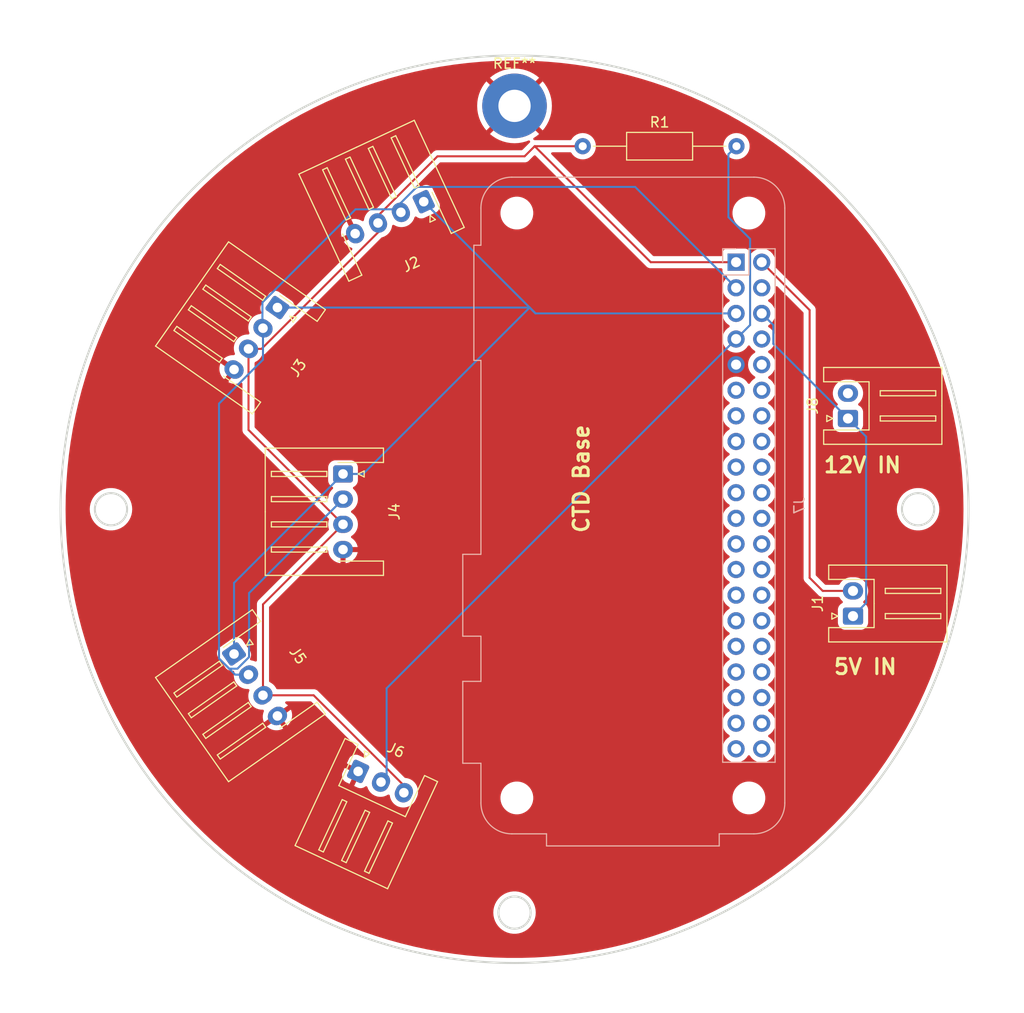
<source format=kicad_pcb>
(kicad_pcb (version 20240108) (generator "pcbnew") (generator_version "8.0")
  (layers (0 "F.Cu" signal) (31 "B.Cu" signal) (34 "B.Paste" user) (35 "F.Paste" user) (36 "B.SilkS" user "B.Silkscreen") (37 "F.SilkS" user "F.Silkscreen") (38 "B.Mask" user) (39 "F.Mask" user) (44 "Edge.Cuts" user))
  (net 0 "")
  (net 1 "Net-(J1-Pin_1)")
  (net 17 "Net-(J1-Pin_2)")
  (net 36 "Net-(J2-Pin_1)")
  (net 37 "Net-(J2-Pin_2)")
  (net 38 "Net-(J2-Pin_3)")
  (net 39 "Net-(J6-Pin_2)")
  (net 41 "Net-(J2-Pin_4)")
  (footprint "Resistor_THT:R_Axial_DIN0207_L6.3mm_D2.5mm_P15.24mm_Horizontal" (layer "F.Cu") (at 156.76 64)
    (property "Reference" "R1" (at 7.62 -2.37 0) (layer "F.SilkS"))
    (property "Value" "4.7kOhm")
    (fp_line (start 1.04 0) (end 4.35 0) (stroke (width 0.12)) (layer "F.SilkS"))
    (fp_line (start 4.35 -1.37) (end 4.35 1.37) (stroke (width 0.12)) (layer "F.SilkS"))
    (fp_line (start 4.35 1.37) (end 10.89 1.37) (stroke (width 0.12)) (layer "F.SilkS"))
    (fp_line (start 10.89 -1.37) (end 4.35 -1.37) (stroke (width 0.12)) (layer "F.SilkS"))
    (fp_line (start 10.89 1.37) (end 10.89 -1.37) (stroke (width 0.12)) (layer "F.SilkS"))
    (fp_line (start 14.2 0) (end 10.89 0) (stroke (width 0.12)) (layer "F.SilkS"))
    (pad "1" thru_hole circle (at 0 0) (size 1.6 1.6) (drill 0.8) (layers "*.Cu" "*.Mask") (net 38 "Net-(J2-Pin_3)"))
    (pad "2" thru_hole oval (at 15.24 0) (size 1.6 1.6) (drill 0.8) (layers "*.Cu" "*.Mask") (net 39 "Net-(J6-Pin_2)"))
  )
  (footprint "Connector_JST:JST_XH_S4B-XH-A-1_1x04_P2.50mm_Horizontal" (layer "F.Cu") (at 122.198178 114.356359 -55)
    (property "Reference" "J5" (at 3.75 -5.1 125) (layer "F.SilkS"))
    (property "Value" "Conn_01x04_Female")
    (fp_line (start -2.56 7.71) (end -2.56 -4.01) (stroke (width 0.12)) (layer "F.SilkS"))
    (fp_line (start -0.249999 7.1) (end 0.25 7.099999) (stroke (width 0.12)) (layer "F.SilkS"))
    (fp_line (start 0.25 7.099999) (end 0.249999 1.600001) (stroke (width 0.12)) (layer "F.SilkS"))
    (fp_line (start 2.25 7.1) (end 2.75 7.1) (stroke (width 0.12)) (layer "F.SilkS"))
    (fp_line (start 2.75 7.1) (end 2.750001 1.599999) (stroke (width 0.12)) (layer "F.SilkS"))
    (fp_line (start 3.749999 7.71) (end -2.56 7.71) (stroke (width 0.12)) (layer "F.SilkS"))
    (fp_line (start 3.749999 7.71) (end 10.06 7.71) (stroke (width 0.12)) (layer "F.SilkS"))
    (fp_line (start 4.75 7.1) (end 5.25 7.1) (stroke (width 0.12)) (layer "F.SilkS"))
    (fp_line (start 5.25 7.1) (end 5.25 1.6) (stroke (width 0.12)) (layer "F.SilkS"))
    (fp_line (start 7.25 7.1) (end 7.75 7.1) (stroke (width 0.12)) (layer "F.SilkS"))
    (fp_line (start -0.25 1.600001) (end -0.249999 7.1) (stroke (width 0.12)) (layer "F.SilkS"))
    (fp_line (start 7.75 7.1) (end 7.75 1.6) (stroke (width 0.12)) (layer "F.SilkS"))
    (fp_line (start 0.249999 1.600001) (end -0.25 1.600001) (stroke (width 0.12)) (layer "F.SilkS"))
    (fp_line (start 10.06 7.71) (end 10.06 -4.01) (stroke (width 0.12)) (layer "F.SilkS"))
    (fp_line (start 2.249999 1.6) (end 2.25 7.1) (stroke (width 0.12)) (layer "F.SilkS"))
    (fp_line (start 2.750001 1.599999) (end 2.249999 1.6) (stroke (width 0.12)) (layer "F.SilkS"))
    (fp_line (start 0 -1.5) (end -0.3 -2.1) (stroke (width 0.12)) (layer "F.SilkS"))
    (fp_line (start 4.75 1.600001) (end 4.75 7.1) (stroke (width 0.12)) (layer "F.SilkS"))
    (fp_line (start -0.3 -2.1) (end 0.300001 -2.099999) (stroke (width 0.12)) (layer "F.SilkS"))
    (fp_line (start 5.25 1.6) (end 4.75 1.600001) (stroke (width 0.12)) (layer "F.SilkS"))
    (fp_line (start -2.56 -4.01) (end -1.14 -4.01) (stroke (width 0.12)) (layer "F.SilkS"))
    (fp_line (start 0.300001 -2.099999) (end 0 -1.5) (stroke (width 0.12)) (layer "F.SilkS"))
    (fp_line (start -1.14 -4.01) (end -1.14 0.489999) (stroke (width 0.12)) (layer "F.SilkS"))
    (fp_line (start 7.25 1.6) (end 7.25 7.1) (stroke (width 0.12)) (layer "F.SilkS"))
    (fp_line (start 7.75 1.6) (end 7.25 1.6) (stroke (width 0.12)) (layer "F.SilkS"))
    (fp_line (start 8.64 -4.01) (end 8.64 0.49) (stroke (width 0.12)) (layer "F.SilkS"))
    (fp_line (start 10.06 -4.01) (end 8.64 -4.01) (stroke (width 0.12)) (layer "F.SilkS"))
    (pad "1" thru_hole roundrect (at 0 0 305) (size 1.7 1.95) (drill 0.95) (layers "*.Cu" "*.Mask") (roundrect_rratio 0.147059) (net 36 "Net-(J2-Pin_1)"))
    (pad "2" thru_hole oval (at 2.500001 0.000001 305) (size 1.7 1.95) (drill 0.95) (layers "*.Cu" "*.Mask") (net 37 "Net-(J2-Pin_2)"))
    (pad "3" thru_hole oval (at 5 0 305) (size 1.7 1.95) (drill 0.95) (layers "*.Cu" "*.Mask") (net 38 "Net-(J2-Pin_3)"))
    (pad "4" thru_hole oval (at 7.5 0.000001 305) (size 1.7 1.95) (drill 0.95) (layers "*.Cu" "*.Mask") (net 41 "Net-(J2-Pin_4)"))
  )
  (footprint "Connector_JST:JST_XH_S4B-XH-A-1_1x04_P2.50mm_Horizontal" (layer "F.Cu") (at 133 96.5 -90)
    (property "Reference" "J4" (at 3.75 -5.1 90) (layer "F.SilkS"))
    (property "Value" "Conn_01x04_Female")
    (fp_line (start -2.56 7.71) (end -2.56 -4.01) (stroke (width 0.12)) (layer "F.SilkS"))
    (fp_line (start 3.75 7.71) (end -2.56 7.71) (stroke (width 0.12)) (layer "F.SilkS"))
    (fp_line (start 3.75 7.71) (end 10.06 7.71) (stroke (width 0.12)) (layer "F.SilkS"))
    (fp_line (start 10.06 7.71) (end 10.06 -4.01) (stroke (width 0.12)) (layer "F.SilkS"))
    (fp_line (start -0.25 7.1) (end 0.25 7.1) (stroke (width 0.12)) (layer "F.SilkS"))
    (fp_line (start 0.25 7.1) (end 0.25 1.6) (stroke (width 0.12)) (layer "F.SilkS"))
    (fp_line (start 2.25 7.1) (end 2.75 7.1) (stroke (width 0.12)) (layer "F.SilkS"))
    (fp_line (start 2.75 7.1) (end 2.75 1.6) (stroke (width 0.12)) (layer "F.SilkS"))
    (fp_line (start 4.75 7.1) (end 5.25 7.1) (stroke (width 0.12)) (layer "F.SilkS"))
    (fp_line (start 5.25 7.1) (end 5.25 1.6) (stroke (width 0.12)) (layer "F.SilkS"))
    (fp_line (start 7.25 7.1) (end 7.75 7.1) (stroke (width 0.12)) (layer "F.SilkS"))
    (fp_line (start 7.75 7.1) (end 7.75 1.6) (stroke (width 0.12)) (layer "F.SilkS"))
    (fp_line (start -0.25 1.6) (end -0.25 7.1) (stroke (width 0.12)) (layer "F.SilkS"))
    (fp_line (start 0.25 1.6) (end -0.25 1.6) (stroke (width 0.12)) (layer "F.SilkS"))
    (fp_line (start 2.25 1.6) (end 2.25 7.1) (stroke (width 0.12)) (layer "F.SilkS"))
    (fp_line (start 2.75 1.6) (end 2.25 1.6) (stroke (width 0.12)) (layer "F.SilkS"))
    (fp_line (start 4.75 1.6) (end 4.75 7.1) (stroke (width 0.12)) (layer "F.SilkS"))
    (fp_line (start 5.25 1.6) (end 4.75 1.6) (stroke (width 0.12)) (layer "F.SilkS"))
    (fp_line (start 7.25 1.6) (end 7.25 7.1) (stroke (width 0.12)) (layer "F.SilkS"))
    (fp_line (start 7.75 1.6) (end 7.25 1.6) (stroke (width 0.12)) (layer "F.SilkS"))
    (fp_line (start 0 -1.5) (end -0.3 -2.1) (stroke (width 0.12)) (layer "F.SilkS"))
    (fp_line (start -0.3 -2.1) (end 0.3 -2.1) (stroke (width 0.12)) (layer "F.SilkS"))
    (fp_line (start 0.3 -2.1) (end 0 -1.5) (stroke (width 0.12)) (layer "F.SilkS"))
    (fp_line (start -2.56 -4.01) (end -1.14 -4.01) (stroke (width 0.12)) (layer "F.SilkS"))
    (fp_line (start -1.14 -4.01) (end -1.14 0.49) (stroke (width 0.12)) (layer "F.SilkS"))
    (fp_line (start 8.64 -4.01) (end 8.64 0.49) (stroke (width 0.12)) (layer "F.SilkS"))
    (fp_line (start 10.06 -4.01) (end 8.64 -4.01) (stroke (width 0.12)) (layer "F.SilkS"))
    (pad "1" thru_hole roundrect (at 0 0 270) (size 1.7 1.95) (drill 0.95) (layers "*.Cu" "*.Mask") (roundrect_rratio 0.147059) (net 36 "Net-(J2-Pin_1)"))
    (pad "2" thru_hole oval (at 2.5 0 270) (size 1.7 1.95) (drill 0.95) (layers "*.Cu" "*.Mask") (net 37 "Net-(J2-Pin_2)"))
    (pad "3" thru_hole oval (at 5 0 270) (size 1.7 1.95) (drill 0.95) (layers "*.Cu" "*.Mask") (net 38 "Net-(J2-Pin_3)"))
    (pad "4" thru_hole oval (at 7.5 0 270) (size 1.7 1.95) (drill 0.95) (layers "*.Cu" "*.Mask") (net 41 "Net-(J2-Pin_4)"))
  )
  (footprint "Connector_JST:JST_XH_S2B-XH-A_1x02_P2.50mm_Horizontal" (layer "F.Cu") (at 183.55 110.6 90)
    (property "Reference" "J1" (at 1.25 -3.5 90) (layer "F.SilkS"))
    (property "Value" "Conn_01x02_Male")
    (fp_line (start 5.06 -2.41) (end 3.64 -2.41) (stroke (width 0.12)) (layer "F.SilkS"))
    (fp_line (start 3.64 -2.41) (end 3.64 2.09) (stroke (width 0.12)) (layer "F.SilkS"))
    (fp_line (start -1.14 -2.41) (end -1.14 2.09) (stroke (width 0.12)) (layer "F.SilkS"))
    (fp_line (start -2.56 -2.41) (end -1.14 -2.41) (stroke (width 0.12)) (layer "F.SilkS"))
    (fp_line (start 0.3 -2.1) (end 0 -1.5) (stroke (width 0.12)) (layer "F.SilkS"))
    (fp_line (start -0.3 -2.1) (end 0.3 -2.1) (stroke (width 0.12)) (layer "F.SilkS"))
    (fp_line (start 0 -1.5) (end -0.3 -2.1) (stroke (width 0.12)) (layer "F.SilkS"))
    (fp_line (start 3.64 2.09) (end 1.25 2.09) (stroke (width 0.12)) (layer "F.SilkS"))
    (fp_line (start -1.14 2.09) (end 1.25 2.09) (stroke (width 0.12)) (layer "F.SilkS"))
    (fp_line (start 2.75 3.2) (end 2.25 3.2) (stroke (width 0.12)) (layer "F.SilkS"))
    (fp_line (start 2.25 3.2) (end 2.25 8.7) (stroke (width 0.12)) (layer "F.SilkS"))
    (fp_line (start 0.25 3.2) (end -0.25 3.2) (stroke (width 0.12)) (layer "F.SilkS"))
    (fp_line (start -0.25 3.2) (end -0.25 8.7) (stroke (width 0.12)) (layer "F.SilkS"))
    (fp_line (start 2.75 8.7) (end 2.75 3.2) (stroke (width 0.12)) (layer "F.SilkS"))
    (fp_line (start 2.25 8.7) (end 2.75 8.7) (stroke (width 0.12)) (layer "F.SilkS"))
    (fp_line (start 0.25 8.7) (end 0.25 3.2) (stroke (width 0.12)) (layer "F.SilkS"))
    (fp_line (start -0.25 8.7) (end 0.25 8.7) (stroke (width 0.12)) (layer "F.SilkS"))
    (fp_line (start 5.06 9.31) (end 5.06 -2.41) (stroke (width 0.12)) (layer "F.SilkS"))
    (fp_line (start 1.25 9.31) (end 5.06 9.31) (stroke (width 0.12)) (layer "F.SilkS"))
    (fp_line (start 1.25 9.31) (end -2.56 9.31) (stroke (width 0.12)) (layer "F.SilkS"))
    (fp_line (start -2.56 9.31) (end -2.56 -2.41) (stroke (width 0.12)) (layer "F.SilkS"))
    (pad "1" thru_hole roundrect (at 0 0 90) (size 1.7 2) (drill 1) (layers "*.Cu" "*.Mask") (roundrect_rratio 0.147059) (net 1 "Net-(J1-Pin_1)"))
    (pad "2" thru_hole oval (at 2.5 0 90) (size 1.7 2) (drill 1) (layers "*.Cu" "*.Mask") (net 17 "Net-(J1-Pin_2)"))
  )
  (footprint "Connector_JST:JST_XH_S4B-XH-A-1_1x04_P2.50mm_Horizontal" (layer "F.Cu") (at 141 69.5 -155)
    (property "Reference" "J2" (at 3.749999 -5.100001 25) (layer "F.SilkS"))
    (property "Value" "Conn_01x04_Female")
    (fp_line (start 10.06 7.71) (end 10.060001 -4.01) (stroke (width 0.12)) (layer "F.SilkS"))
    (fp_line (start 7.749999 7.100001) (end 7.75 1.599999) (stroke (width 0.12)) (layer "F.SilkS"))
    (fp_line (start 7.249999 7.099999) (end 7.749999 7.100001) (stroke (width 0.12)) (layer "F.SilkS"))
    (fp_line (start 5.25 7.099998) (end 5.250001 1.6) (stroke (width 0.12)) (layer "F.SilkS"))
    (fp_line (start 7.75 1.599999) (end 7.25 1.6) (stroke (width 0.12)) (layer "F.SilkS"))
    (fp_line (start 10.060001 -4.01) (end 8.64 -4.009998) (stroke (width 0.12)) (layer "F.SilkS"))
    (fp_line (start 4.75 7.099999) (end 5.25 7.099998) (stroke (width 0.12)) (layer "F.SilkS"))
    (fp_line (start 7.25 1.6) (end 7.249999 7.099999) (stroke (width 0.12)) (layer "F.SilkS"))
    (fp_line (start 3.750001 7.71) (end 10.06 7.71) (stroke (width 0.12)) (layer "F.SilkS"))
    (fp_line (start 3.750001 7.71) (end -2.559999 7.710001) (stroke (width 0.12)) (layer "F.SilkS"))
    (fp_line (start 8.64 -4.009998) (end 8.64 0.490001) (stroke (width 0.12)) (layer "F.SilkS"))
    (fp_line (start 2.749999 7.099999) (end 2.749999 1.599999) (stroke (width 0.12)) (layer "F.SilkS"))
    (fp_line (start 5.250001 1.6) (end 4.749998 1.600001) (stroke (width 0.12)) (layer "F.SilkS"))
    (fp_line (start 2.25 7.100001) (end 2.749999 7.099999) (stroke (width 0.12)) (layer "F.SilkS"))
    (fp_line (start 4.749998 1.600001) (end 4.75 7.099999) (stroke (width 0.12)) (layer "F.SilkS"))
    (fp_line (start 0.249999 7.099999) (end 0.250001 1.599998) (stroke (width 0.12)) (layer "F.SilkS"))
    (fp_line (start 2.749999 1.599999) (end 2.25 1.600002) (stroke (width 0.12)) (layer "F.SilkS"))
    (fp_line (start -0.25 7.100001) (end 0.249999 7.099999) (stroke (width 0.12)) (layer "F.SilkS"))
    (fp_line (start 2.25 1.600002) (end 2.25 7.100001) (stroke (width 0.12)) (layer "F.SilkS"))
    (fp_line (start -2.559999 7.710001) (end -2.559999 -4.010001) (stroke (width 0.12)) (layer "F.SilkS"))
    (fp_line (start 0.250001 1.599998) (end -0.249999 1.6) (stroke (width 0.12)) (layer "F.SilkS"))
    (fp_line (start -0.249999 1.6) (end -0.25 7.100001) (stroke (width 0.12)) (layer "F.SilkS"))
    (fp_line (start 0.300001 -2.100001) (end 0 -1.500001) (stroke (width 0.12)) (layer "F.SilkS"))
    (fp_line (start 0 -1.500001) (end -0.299998 -2.099999) (stroke (width 0.12)) (layer "F.SilkS"))
    (fp_line (start -0.299998 -2.099999) (end 0.300001 -2.100001) (stroke (width 0.12)) (layer "F.SilkS"))
    (fp_line (start -1.139999 -4.010001) (end -1.14 0.49) (stroke (width 0.12)) (layer "F.SilkS"))
    (fp_line (start -2.559999 -4.010001) (end -1.139999 -4.010001) (stroke (width 0.12)) (layer "F.SilkS"))
    (pad "1" thru_hole roundrect (at 0 0 205) (size 1.7 1.95) (drill 0.95) (layers "*.Cu" "*.Mask") (roundrect_rratio 0.147059) (net 36 "Net-(J2-Pin_1)"))
    (pad "2" thru_hole oval (at 2.5 -0.000001 205) (size 1.7 1.95) (drill 0.95) (layers "*.Cu" "*.Mask") (net 37 "Net-(J2-Pin_2)"))
    (pad "3" thru_hole oval (at 5 0 205) (size 1.7 1.95) (drill 0.95) (layers "*.Cu" "*.Mask") (net 38 "Net-(J2-Pin_3)"))
    (pad "4" thru_hole oval (at 7.500001 -0.000001 205) (size 1.7 1.95) (drill 0.95) (layers "*.Cu" "*.Mask") (net 41 "Net-(J2-Pin_4)"))
  )
  (footprint "Connector_JST:JST_XH_S4B-XH-A-1_1x04_P2.50mm_Horizontal" (layer "F.Cu") (at 126.5 80 -125)
    (property "Reference" "J3" (at 3.75 -5.1 -125) (layer "F.SilkS"))
    (property "Value" "Conn_01x04_Female")
    (fp_line (start 10.06 7.709999) (end 10.06 -4.009999) (stroke (width 0.12)) (layer "F.SilkS"))
    (fp_line (start 7.75 7.1) (end 7.75 1.6) (stroke (width 0.12)) (layer "F.SilkS"))
    (fp_line (start 7.249999 7.1) (end 7.75 7.1) (stroke (width 0.12)) (layer "F.SilkS"))
    (fp_line (start 5.25 7.099999) (end 5.25 1.6) (stroke (width 0.12)) (layer "F.SilkS"))
    (fp_line (start 4.75 7.099999) (end 5.25 7.099999) (stroke (width 0.12)) (layer "F.SilkS"))
    (fp_line (start 3.75 7.709999) (end 10.06 7.709999) (stroke (width 0.12)) (layer "F.SilkS"))
    (fp_line (start 3.75 7.709999) (end -2.56 7.709999) (stroke (width 0.12)) (layer "F.SilkS"))
    (fp_line (start 2.749999 7.1) (end 2.75 1.600001) (stroke (width 0.12)) (layer "F.SilkS"))
    (fp_line (start 2.249999 7.099999) (end 2.749999 7.1) (stroke (width 0.12)) (layer "F.SilkS"))
    (fp_line (start 0.25 7.1) (end 0.249999 1.6) (stroke (width 0.12)) (layer "F.SilkS"))
    (fp_line (start 7.75 1.6) (end 7.25 1.6) (stroke (width 0.12)) (layer "F.SilkS"))
    (fp_line (start -0.249999 7.1) (end 0.25 7.1) (stroke (width 0.12)) (layer "F.SilkS"))
    (fp_line (start 7.25 1.6) (end 7.249999 7.1) (stroke (width 0.12)) (layer "F.SilkS"))
    (fp_line (start -2.56 7.709999) (end -2.560001 -4.01) (stroke (width 0.12)) (layer "F.SilkS"))
    (fp_line (start 5.25 1.6) (end 4.75 1.6) (stroke (width 0.12)) (layer "F.SilkS"))
    (fp_line (start 4.75 1.6) (end 4.75 7.099999) (stroke (width 0.12)) (layer "F.SilkS"))
    (fp_line (start 2.75 1.600001) (end 2.250001 1.6) (stroke (width 0.12)) (layer "F.SilkS"))
    (fp_line (start 2.250001 1.6) (end 2.249999 7.099999) (stroke (width 0.12)) (layer "F.SilkS"))
    (fp_line (start 10.06 -4.009999) (end 8.640001 -4.01) (stroke (width 0.12)) (layer "F.SilkS"))
    (fp_line (start 8.640001 -4.01) (end 8.639999 0.489999) (stroke (width 0.12)) (layer "F.SilkS"))
    (fp_line (start 0.249999 1.6) (end -0.249999 1.600001) (stroke (width 0.12)) (layer "F.SilkS"))
    (fp_line (start -0.249999 1.600001) (end -0.249999 7.1) (stroke (width 0.12)) (layer "F.SilkS"))
    (fp_line (start 0 -1.5) (end -0.3 -2.100001) (stroke (width 0.12)) (layer "F.SilkS"))
    (fp_line (start 0.3 -2.100001) (end 0 -1.5) (stroke (width 0.12)) (layer "F.SilkS"))
    (fp_line (start -0.3 -2.100001) (end 0.3 -2.100001) (stroke (width 0.12)) (layer "F.SilkS"))
    (fp_line (start -1.14 -4.01) (end -1.14 0.490001) (stroke (width 0.12)) (layer "F.SilkS"))
    (fp_line (start -2.560001 -4.01) (end -1.14 -4.01) (stroke (width 0.12)) (layer "F.SilkS"))
    (pad "1" thru_hole roundrect (at 0 0 235) (size 1.7 1.95) (drill 0.95) (layers "*.Cu" "*.Mask") (roundrect_rratio 0.147059) (net 36 "Net-(J2-Pin_1)"))
    (pad "2" thru_hole oval (at 2.5 0 235) (size 1.7 1.95) (drill 0.95) (layers "*.Cu" "*.Mask") (net 37 "Net-(J2-Pin_2)"))
    (pad "3" thru_hole oval (at 5 0 235) (size 1.7 1.95) (drill 0.95) (layers "*.Cu" "*.Mask") (net 38 "Net-(J2-Pin_3)"))
    (pad "4" thru_hole oval (at 7.5 -0.000001 235) (size 1.7 1.95) (drill 0.95) (layers "*.Cu" "*.Mask") (net 41 "Net-(J2-Pin_4)"))
  )
  (footprint "MountingHole:MountingHole_3.2mm_M3_Pad" (layer "F.Cu") (at 150 60)
    (property "Reference" "REF**" (at 0 -4.2 0) (layer "F.SilkS"))
    (property "Value" "MountingHole_3.2mm_M3_Pad")
    (pad "1" thru_hole circle (at 0 0) (size 6.4 6.4) (drill 3.2) (layers "*.Cu" "*.Mask") (net 41 "Net-(J2-Pin_4)"))
  )
  (footprint "Connector_JST:JST_XH_S3B-XH-A_1x03_P2.50mm_Horizontal" (layer "F.Cu") (at 134.5 126 -25)
    (property "Reference" "J6" (at 2.500001 -3.5 155) (layer "F.SilkS"))
    (property "Value" "Conn_01x03_Female")
    (fp_line (start -2.56 9.31) (end -2.56 -2.41) (stroke (width 0.12)) (layer "F.SilkS"))
    (fp_line (start -0.250002 8.699999) (end 0.25 8.7) (stroke (width 0.12)) (layer "F.SilkS"))
    (fp_line (start 0.25 8.7) (end 0.25 3.199998) (stroke (width 0.12)) (layer "F.SilkS"))
    (fp_line (start -1.140001 2.089999) (end 2.5 2.09) (stroke (width 0.12)) (layer "F.SilkS"))
    (fp_line (start 2.5 9.31) (end -2.56 9.31) (stroke (width 0.12)) (layer "F.SilkS"))
    (fp_line (start 2.5 9.31) (end 7.56 9.309999) (stroke (width 0.12)) (layer "F.SilkS"))
    (fp_line (start 2.249999 8.700001) (end 2.75 8.7) (stroke (width 0.12)) (layer "F.SilkS"))
    (fp_line (start -0.25 3.2) (end -0.250002 8.699999) (stroke (width 0.12)) (layer "F.SilkS"))
    (fp_line (start -2.56 -2.41) (end -1.139999 -2.410001) (stroke (width 0.12)) (layer "F.SilkS"))
    (fp_line (start 2.75 8.7) (end 2.75 3.2) (stroke (width 0.12)) (layer "F.SilkS"))
    (fp_line (start 0.25 3.199998) (end -0.25 3.2) (stroke (width 0.12)) (layer "F.SilkS"))
    (fp_line (start -1.139999 -2.410001) (end -1.140001 2.089999) (stroke (width 0.12)) (layer "F.SilkS"))
    (fp_line (start -0.3 -2.099999) (end 0.3 -2.1) (stroke (width 0.12)) (layer "F.SilkS"))
    (fp_line (start 4.75 8.7) (end 5.25 8.7) (stroke (width 0.12)) (layer "F.SilkS"))
    (fp_line (start 0 -1.5) (end -0.3 -2.099999) (stroke (width 0.12)) (layer "F.SilkS"))
    (fp_line (start 2.249999 3.2) (end 2.249999 8.700001) (stroke (width 0.12)) (layer "F.SilkS"))
    (fp_line (start 5.25 8.7) (end 5.25 3.2) (stroke (width 0.12)) (layer "F.SilkS"))
    (fp_line (start 2.75 3.2) (end 2.249999 3.2) (stroke (width 0.12)) (layer "F.SilkS"))
    (fp_line (start 0.3 -2.1) (end 0 -1.5) (stroke (width 0.12)) (layer "F.SilkS"))
    (fp_line (start 7.56 9.309999) (end 7.56 -2.410003) (stroke (width 0.12)) (layer "F.SilkS"))
    (fp_line (start 4.749999 3.2) (end 4.75 8.7) (stroke (width 0.12)) (layer "F.SilkS"))
    (fp_line (start 5.25 3.2) (end 4.749999 3.2) (stroke (width 0.12)) (layer "F.SilkS"))
    (fp_line (start 6.14 2.089999) (end 2.5 2.09) (stroke (width 0.12)) (layer "F.SilkS"))
    (fp_line (start 6.14 -2.409999) (end 6.14 2.089999) (stroke (width 0.12)) (layer "F.SilkS"))
    (fp_line (start 7.56 -2.410003) (end 6.14 -2.409999) (stroke (width 0.12)) (layer "F.SilkS"))
    (pad "1" thru_hole roundrect (at 0 0 335) (size 1.7 1.95) (drill 0.95) (layers "*.Cu" "*.Mask") (roundrect_rratio 0.147059) (net 41 "Net-(J2-Pin_4)"))
    (pad "2" thru_hole oval (at 2.499999 0 335) (size 1.7 1.95) (drill 0.95) (layers "*.Cu" "*.Mask") (net 39 "Net-(J6-Pin_2)"))
    (pad "3" thru_hole oval (at 5 0.000001 335) (size 1.7 1.95) (drill 0.95) (layers "*.Cu" "*.Mask") (net 38 "Net-(J2-Pin_3)"))
  )
  (footprint "Connector_JST:JST_XH_S2B-XH-A_1x02_P2.50mm_Horizontal" (layer "F.Cu") (at 183.05 91 90)
    (property "Reference" "J8" (at 1.25 -3.5 90) (layer "F.SilkS"))
    (property "Value" "Conn_01x02_Male")
    (fp_line (start 5.06 -2.41) (end 3.64 -2.41) (stroke (width 0.12)) (layer "F.SilkS"))
    (fp_line (start 3.64 -2.41) (end 3.64 2.09) (stroke (width 0.12)) (layer "F.SilkS"))
    (fp_line (start -1.14 -2.41) (end -1.14 2.09) (stroke (width 0.12)) (layer "F.SilkS"))
    (fp_line (start -2.56 -2.41) (end -1.14 -2.41) (stroke (width 0.12)) (layer "F.SilkS"))
    (fp_line (start 0.3 -2.1) (end 0 -1.5) (stroke (width 0.12)) (layer "F.SilkS"))
    (fp_line (start -0.3 -2.1) (end 0.3 -2.1) (stroke (width 0.12)) (layer "F.SilkS"))
    (fp_line (start 0 -1.5) (end -0.3 -2.1) (stroke (width 0.12)) (layer "F.SilkS"))
    (fp_line (start 3.64 2.09) (end 1.25 2.09) (stroke (width 0.12)) (layer "F.SilkS"))
    (fp_line (start -1.14 2.09) (end 1.25 2.09) (stroke (width 0.12)) (layer "F.SilkS"))
    (fp_line (start 2.75 3.2) (end 2.25 3.2) (stroke (width 0.12)) (layer "F.SilkS"))
    (fp_line (start 2.25 3.2) (end 2.25 8.7) (stroke (width 0.12)) (layer "F.SilkS"))
    (fp_line (start 0.25 3.2) (end -0.25 3.2) (stroke (width 0.12)) (layer "F.SilkS"))
    (fp_line (start -0.25 3.2) (end -0.25 8.7) (stroke (width 0.12)) (layer "F.SilkS"))
    (fp_line (start 2.75 8.7) (end 2.75 3.2) (stroke (width 0.12)) (layer "F.SilkS"))
    (fp_line (start 2.25 8.7) (end 2.75 8.7) (stroke (width 0.12)) (layer "F.SilkS"))
    (fp_line (start 0.25 8.7) (end 0.25 3.2) (stroke (width 0.12)) (layer "F.SilkS"))
    (fp_line (start -0.25 8.7) (end 0.25 8.7) (stroke (width 0.12)) (layer "F.SilkS"))
    (fp_line (start 5.06 9.31) (end 5.06 -2.41) (stroke (width 0.12)) (layer "F.SilkS"))
    (fp_line (start 1.25 9.31) (end 5.06 9.31) (stroke (width 0.12)) (layer "F.SilkS"))
    (fp_line (start 1.25 9.31) (end -2.56 9.31) (stroke (width 0.12)) (layer "F.SilkS"))
    (fp_line (start -2.56 9.31) (end -2.56 -2.41) (stroke (width 0.12)) (layer "F.SilkS"))
    (pad "1" thru_hole roundrect (at 0 0 90) (size 1.7 2) (drill 1) (layers "*.Cu" "*.Mask") (roundrect_rratio 0.147059) (net 1 "Net-(J1-Pin_1)"))
    (pad "2" thru_hole oval (at 2.5 0 90) (size 1.7 2) (drill 1) (layers "*.Cu" "*.Mask"))
  )
  (footprint "Module:Raspberry_Pi_Zero_Socketed_THT_FaceDown_MountingHoles" (layer "B.Cu") (at 171.96 75.5 180)
    (property "Reference" "J7" (at -6.27 -24.13 -90) (layer "B.SilkS") (effects (justify mirror)))
    (property "Value" "Connector-ML:RPi_GPIO")
    (fp_line (start 27.09 -28.97) (end 27.09 -37.09) (stroke (width 0.12)) (layer "B.SilkS"))
    (fp_line (start 27.09 -37.09) (end 25.29 -37.09) (stroke (width 0.12)) (layer "B.SilkS"))
    (fp_line (start 27.09 -41.57) (end 27.09 -49.69) (stroke (width 0.12)) (layer "B.SilkS"))
    (fp_line (start 27.09 -49.69) (end 25.29 -49.69) (stroke (width 0.12)) (layer "B.SilkS"))
    (fp_line (start 25.99 1.68) (end 25.99 -9.74) (stroke (width 0.12)) (layer "B.SilkS"))
    (fp_line (start 25.99 -9.74) (end 25.29 -9.74) (stroke (width 0.12)) (layer "B.SilkS"))
    (fp_line (start 25.29 5.37) (end 25.29 1.68) (stroke (width 0.12)) (layer "B.SilkS"))
    (fp_line (start 25.29 1.68) (end 25.99 1.68) (stroke (width 0.12)) (layer "B.SilkS"))
    (fp_line (start 25.29 -9.74) (end 25.29 -28.97) (stroke (width 0.12)) (layer "B.SilkS"))
    (fp_line (start 25.29 -28.97) (end 27.09 -28.97) (stroke (width 0.12)) (layer "B.SilkS"))
    (fp_line (start 25.29 -37.09) (end 25.29 -41.57) (stroke (width 0.12)) (layer "B.SilkS"))
    (fp_line (start 25.29 -41.57) (end 27.09 -41.57) (stroke (width 0.12)) (layer "B.SilkS"))
    (fp_line (start 25.29 -49.69) (end 25.29 -53.63) (stroke (width 0.12)) (layer "B.SilkS"))
    (fp_line (start 22.23 8.43) (end -1.77 8.43) (stroke (width 0.12)) (layer "B.SilkS"))
    (fp_line (start 22.23 -56.69) (end 18.79 -56.69) (stroke (width 0.12)) (layer "B.SilkS"))
    (fp_line (start 18.79 -56.69) (end 18.79 -57.89) (stroke (width 0.12)) (layer "B.SilkS"))
    (fp_line (start 18.79 -57.89) (end 1.67 -57.89) (stroke (width 0.12)) (layer "B.SilkS"))
    (fp_line (start 1.67 -57.89) (end 1.67 -56.69) (stroke (width 0.12)) (layer "B.SilkS"))
    (fp_line (start 1.33 1.33) (end 0 1.33) (stroke (width 0.12)) (layer "B.SilkS"))
    (fp_line (start 1.33 0) (end 1.33 1.33) (stroke (width 0.12)) (layer "B.SilkS"))
    (fp_line (start 1.33 -1.27) (end -1.27 -1.27) (stroke (width 0.12)) (layer "B.SilkS"))
    (fp_line (start 1.33 -49.59) (end 1.33 -1.27) (stroke (width 0.12)) (layer "B.SilkS"))
    (fp_line (start 1.33 -49.59) (end -3.87 -49.59) (stroke (width 0.12)) (layer "B.SilkS"))
    (fp_line (start -1.27 1.33) (end -3.87 1.33) (stroke (width 0.12)) (layer "B.SilkS"))
    (fp_line (start -1.27 -1.27) (end -1.27 1.33) (stroke (width 0.12)) (layer "B.SilkS"))
    (fp_line (start -1.77 -56.69) (end 1.67 -56.69) (stroke (width 0.12)) (layer "B.SilkS"))
    (fp_line (start -3.87 -49.59) (end -3.87 1.33) (stroke (width 0.12)) (layer "B.SilkS"))
    (fp_line (start -4.83 5.37) (end -4.83 -53.63) (stroke (width 0.12)) (layer "B.SilkS"))
    (fp_arc (start 25.29 5.37) (mid 24.393747 7.533747) (end 22.23 8.43) (stroke (width 0.12)) (layer "B.SilkS"))
    (fp_arc (start 22.23 -56.69) (mid 24.393747 -55.793747) (end 25.29 -53.63) (stroke (width 0.12)) (layer "B.SilkS"))
    (fp_arc (start -1.77 8.43) (mid -3.933747 7.533747) (end -4.83 5.37) (stroke (width 0.12)) (layer "B.SilkS"))
    (fp_arc (start -4.83 -53.63) (mid -3.933747 -55.793747) (end -1.77 -56.69) (stroke (width 0.12)) (layer "B.SilkS"))
    (pad "" np_thru_hole circle (at -1.27 -53.13 90) (size 2.75 2.75) (drill 2.75) (layers "*.Cu" "*.Mask"))
    (pad "" np_thru_hole circle (at -1.27 4.87 90) (size 2.75 2.75) (drill 2.75) (layers "*.Cu" "*.Mask"))
    (pad "" np_thru_hole circle (at 21.73 -53.13 90) (size 2.75 2.75) (drill 2.75) (layers "*.Cu" "*.Mask"))
    (pad "" np_thru_hole circle (at 21.73 4.87 90) (size 2.75 2.75) (drill 2.75) (layers "*.Cu" "*.Mask"))
    (pad "1" thru_hole rect (at 0 0 180) (size 1.7 1.7) (drill 1) (layers "*.Cu" "*.Mask") (net 38 "Net-(J2-Pin_3)"))
    (pad "2" thru_hole oval (at -2.54 0 180) (size 1.7 1.7) (drill 1) (layers "*.Cu" "*.Mask") (net 17 "Net-(J1-Pin_2)"))
    (pad "3" thru_hole oval (at 0 -2.54 180) (size 1.7 1.7) (drill 1) (layers "*.Cu" "*.Mask") (net 37 "Net-(J2-Pin_2)"))
    (pad "4" thru_hole oval (at -2.54 -2.54 180) (size 1.7 1.7) (drill 1) (layers "*.Cu" "*.Mask"))
    (pad "5" thru_hole oval (at 0 -5.08 180) (size 1.7 1.7) (drill 1) (layers "*.Cu" "*.Mask") (net 36 "Net-(J2-Pin_1)"))
    (pad "6" thru_hole oval (at -2.54 -5.08 180) (size 1.7 1.7) (drill 1) (layers "*.Cu" "*.Mask") (net 1 "Net-(J1-Pin_1)"))
    (pad "7" thru_hole oval (at 0 -7.62 180) (size 1.7 1.7) (drill 1) (layers "*.Cu" "*.Mask") (net 39 "Net-(J6-Pin_2)"))
    (pad "8" thru_hole oval (at -2.54 -7.62 180) (size 1.7 1.7) (drill 1) (layers "*.Cu" "*.Mask"))
    (pad "9" thru_hole oval (at 0 -10.16 180) (size 1.7 1.7) (drill 1) (layers "*.Cu" "*.Mask") (net 41 "Net-(J2-Pin_4)"))
    (pad "10" thru_hole oval (at -2.54 -10.16 180) (size 1.7 1.7) (drill 1) (layers "*.Cu" "*.Mask"))
    (pad "11" thru_hole oval (at 0 -12.7 180) (size 1.7 1.7) (drill 1) (layers "*.Cu" "*.Mask"))
    (pad "12" thru_hole oval (at -2.54 -12.7 180) (size 1.7 1.7) (drill 1) (layers "*.Cu" "*.Mask"))
    (pad "13" thru_hole oval (at 0 -15.24 180) (size 1.7 1.7) (drill 1) (layers "*.Cu" "*.Mask"))
    (pad "14" thru_hole oval (at -2.54 -15.24 180) (size 1.7 1.7) (drill 1) (layers "*.Cu" "*.Mask"))
    (pad "15" thru_hole oval (at 0 -17.78 180) (size 1.7 1.7) (drill 1) (layers "*.Cu" "*.Mask"))
    (pad "16" thru_hole oval (at -2.54 -17.78 180) (size 1.7 1.7) (drill 1) (layers "*.Cu" "*.Mask"))
    (pad "17" thru_hole oval (at 0 -20.32 180) (size 1.7 1.7) (drill 1) (layers "*.Cu" "*.Mask"))
    (pad "18" thru_hole oval (at -2.54 -20.32 180) (size 1.7 1.7) (drill 1) (layers "*.Cu" "*.Mask"))
    (pad "19" thru_hole oval (at 0 -22.86 180) (size 1.7 1.7) (drill 1) (layers "*.Cu" "*.Mask"))
    (pad "20" thru_hole oval (at -2.54 -22.86 180) (size 1.7 1.7) (drill 1) (layers "*.Cu" "*.Mask"))
    (pad "21" thru_hole oval (at 0 -25.4 180) (size 1.7 1.7) (drill 1) (layers "*.Cu" "*.Mask"))
    (pad "22" thru_hole oval (at -2.54 -25.4 180) (size 1.7 1.7) (drill 1) (layers "*.Cu" "*.Mask"))
    (pad "23" thru_hole oval (at 0 -27.94 180) (size 1.7 1.7) (drill 1) (layers "*.Cu" "*.Mask"))
    (pad "24" thru_hole oval (at -2.54 -27.94 180) (size 1.7 1.7) (drill 1) (layers "*.Cu" "*.Mask"))
    (pad "25" thru_hole oval (at 0 -30.48 180) (size 1.7 1.7) (drill 1) (layers "*.Cu" "*.Mask"))
    (pad "26" thru_hole oval (at -2.54 -30.48 180) (size 1.7 1.7) (drill 1) (layers "*.Cu" "*.Mask"))
    (pad "27" thru_hole oval (at 0 -33.02 180) (size 1.7 1.7) (drill 1) (layers "*.Cu" "*.Mask"))
    (pad "28" thru_hole oval (at -2.54 -33.02 180) (size 1.7 1.7) (drill 1) (layers "*.Cu" "*.Mask"))
    (pad "29" thru_hole oval (at 0 -35.56 180) (size 1.7 1.7) (drill 1) (layers "*.Cu" "*.Mask"))
    (pad "30" thru_hole oval (at -2.54 -35.56 180) (size 1.7 1.7) (drill 1) (layers "*.Cu" "*.Mask"))
    (pad "31" thru_hole oval (at 0 -38.1 180) (size 1.7 1.7) (drill 1) (layers "*.Cu" "*.Mask"))
    (pad "32" thru_hole oval (at -2.54 -38.1 180) (size 1.7 1.7) (drill 1) (layers "*.Cu" "*.Mask"))
    (pad "33" thru_hole oval (at 0 -40.64 180) (size 1.7 1.7) (drill 1) (layers "*.Cu" "*.Mask"))
    (pad "34" thru_hole oval (at -2.54 -40.64 180) (size 1.7 1.7) (drill 1) (layers "*.Cu" "*.Mask"))
    (pad "35" thru_hole oval (at 0 -43.18 180) (size 1.7 1.7) (drill 1) (layers "*.Cu" "*.Mask"))
    (pad "36" thru_hole oval (at -2.54 -43.18 180) (size 1.7 1.7) (drill 1) (layers "*.Cu" "*.Mask"))
    (pad "37" thru_hole oval (at 0 -45.72 180) (size 1.7 1.7) (drill 1) (layers "*.Cu" "*.Mask"))
    (pad "38" thru_hole oval (at -2.54 -45.72 180) (size 1.7 1.7) (drill 1) (layers "*.Cu" "*.Mask"))
    (pad "39" thru_hole oval (at 0 -48.26 180) (size 1.7 1.7) (drill 1) (layers "*.Cu" "*.Mask"))
    (pad "40" thru_hole oval (at -2.54 -48.26 180) (size 1.7 1.7) (drill 1) (layers "*.Cu" "*.Mask"))
  )
  (gr_circle (center 110 100) (end 111.6 100) (stroke (width 0.2)) (fill none) (layer "Edge.Cuts"))
  (gr_circle (center 150 100) (end 195 100) (stroke (width 0.2)) (fill none) (layer "Edge.Cuts"))
  (gr_circle (center 190 100) (end 191.6 100) (stroke (width 0.2)) (fill none) (layer "Edge.Cuts"))
  (gr_circle (center 150 140) (end 151.6 140) (stroke (width 0.2)) (fill none) (layer "Edge.Cuts"))
  (gr_text "12V IN" (at 180.5 96.5 0) (layer "F.SilkS") (effects (font (size 1.5 1.5) (thickness 0.3) (bold yes)) (justify left bottom)))
  (gr_text "5V IN" (at 181.5 116.5 0) (layer "F.SilkS") (effects (font (size 1.5 1.5) (thickness 0.3) (bold yes)) (justify left bottom)))
  (gr_text "CTD Base" (at 157.5 102.5 90) (layer "F.SilkS") (effects (font (size 1.5 1.5) (thickness 0.3) (bold yes)) (justify left bottom)))
  (segment (start 175.65 83.6) (end 183.05 91) (width 0.2) (layer "B.Cu") (net 1))
  (segment (start 184.85 92.8) (end 184.85 109.3) (width 0.2) (layer "B.Cu") (net 1))
  (segment (start 174.5 80.58) (end 175.65 81.73) (width 0.2) (layer "B.Cu") (net 1))
  (segment (start 183.05 91) (end 184.85 92.8) (width 0.2) (layer "B.Cu") (net 1))
  (segment (start 175.65 81.73) (end 175.65 83.6) (width 0.2) (layer "B.Cu") (net 1))
  (segment (start 184.85 109.3) (end 183.55 110.6) (width 0.2) (layer "B.Cu") (net 1))
  (segment (start 179.25 80.25) (end 174.5 75.5) (width 0.2) (layer "F.Cu") (net 17))
  (segment (start 180.55 108.1) (end 179.25 106.8) (width 0.2) (layer "F.Cu") (net 17))
  (segment (start 180.55 108.1) (end 183.55 108.1) (width 0.2) (layer "F.Cu") (net 17))
  (segment (start 179.25 106.8) (end 179.25 80.25) (width 0.2) (layer "F.Cu") (net 17))
  (segment (start 135 96.5) (end 151.5 80) (width 0.2) (layer "B.Cu") (net 36))
  (segment (start 122.198178 107.301822) (end 133 96.5) (width 0.2) (layer "B.Cu") (net 36))
  (segment (start 152.08 80.58) (end 171.96 80.58) (width 0.2) (layer "B.Cu") (net 36))
  (segment (start 151.5 80) (end 152.08 80.58) (width 0.2) (layer "B.Cu") (net 36))
  (segment (start 126.5 80) (end 151.5 80) (width 0.2) (layer "B.Cu") (net 36))
  (segment (start 141 69.5) (end 152.08 80.58) (width 0.2) (layer "B.Cu") (net 36))
  (segment (start 122.198178 114.356359) (end 122.198178 107.301822) (width 0.2) (layer "B.Cu") (net 36))
  (segment (start 133 96.5) (end 135 96.5) (width 0.2) (layer "B.Cu") (net 36))
  (segment (start 122.531992 115.814719) (end 121.72097 115.814719) (width 0.2) (layer "B.Cu") (net 37))
  (segment (start 134.243763 70.256237) (end 138.433922 70.256237) (width 0.2) (layer "B.Cu") (net 37))
  (segment (start 140.319364 68.034701) (end 161.954701 68.034701) (width 0.2) (layer "B.Cu") (net 37))
  (segment (start 120.709122 114.802871) (end 120.709122 89.525405) (width 0.2) (layer "B.Cu") (net 37))
  (segment (start 120.709122 89.525405) (end 125.066059 85.168468) (width 0.2) (layer "B.Cu") (net 37))
  (segment (start 138.734231 69.619834) (end 140.319364 68.034701) (width 0.2) (layer "B.Cu") (net 37))
  (segment (start 133 99) (end 123.687234 108.312766) (width 0.2) (layer "B.Cu") (net 37))
  (segment (start 125.066059 82.04788) (end 125.010944 81.992765) (width 0.2) (layer "B.Cu") (net 37))
  (segment (start 123.632119 116.404241) (end 122.310492 116.404241) (width 0.2) (layer "B.Cu") (net 37))
  (segment (start 125.010944 81.992765) (end 125.010944 79.489056) (width 0.2) (layer "B.Cu") (net 37))
  (segment (start 138.734231 70.556546) (end 138.734231 69.619834) (width 0.2) (layer "B.Cu") (net 37))
  (segment (start 138.433922 70.256237) (end 138.734231 70.556546) (width 0.2) (layer "B.Cu") (net 37))
  (segment (start 122.310492 116.404241) (end 120.709122 114.802871) (width 0.2) (layer "B.Cu") (net 37))
  (segment (start 123.687234 108.312766) (end 123.687234 114.659477) (width 0.2) (layer "B.Cu") (net 37))
  (segment (start 161.954701 68.034701) (end 171.96 78.04) (width 0.2) (layer "B.Cu") (net 37))
  (segment (start 121.72097 115.814719) (end 120.709122 114.802871) (width 0.2) (layer "B.Cu") (net 37))
  (segment (start 123.687234 114.659477) (end 122.531992 115.814719) (width 0.2) (layer "B.Cu") (net 37))
  (segment (start 125.066059 85.168468) (end 125.066059 82.04788) (width 0.2) (layer "B.Cu") (net 37))
  (segment (start 125.010944 79.489056) (end 134.243763 70.256237) (width 0.2) (layer "B.Cu") (net 37))
  (segment (start 123.632118 92.132118) (end 123.632118 84.09576) (width 0.2) (layer "F.Cu") (net 38))
  (segment (start 151 65) (end 152 64) (width 0.2) (layer "F.Cu") (net 38))
  (segment (start 136.468461 71.613091) (end 136.468461 70.897532) (width 0.2) (layer "F.Cu") (net 38))
  (segment (start 123.632118 84.09576) (end 124.922504 84.09576) (width 0.2) (layer "F.Cu") (net 38))
  (segment (start 125.06606 118.452119) (end 125.06606 109.43394) (width 0.2) (layer "F.Cu") (net 38))
  (segment (start 124.922504 84.09576) (end 136.468461 72.549803) (width 0.2) (layer "F.Cu") (net 38))
  (segment (start 133 101.5) (end 123.632118 92.132118) (width 0.2) (layer "F.Cu") (net 38))
  (segment (start 152 64) (end 163.5 75.5) (width 0.2) (layer "F.Cu") (net 38))
  (segment (start 125.06606 109.43394) (end 133 101.5) (width 0.2) (layer "F.Cu") (net 38))
  (segment (start 136.468461 72.549803) (end 136.468461 71.613091) (width 0.2) (layer "F.Cu") (net 38))
  (segment (start 136.468461 70.897532) (end 142.365993 65) (width 0.2) (layer "F.Cu") (net 38))
  (segment (start 163.5 75.5) (end 171.96 75.5) (width 0.2) (layer "F.Cu") (net 38))
  (segment (start 130.086127 118.452119) (end 125.06606 118.452119) (width 0.2) (layer "F.Cu") (net 38))
  (segment (start 139.031539 127.397531) (end 130.086127 118.452119) (width 0.2) (layer "F.Cu") (net 38))
  (segment (start 139.031539 128.113092) (end 139.031539 127.397531) (width 0.2) (layer "F.Cu") (net 38))
  (segment (start 142.365993 65) (end 151 65) (width 0.2) (layer "F.Cu") (net 38))
  (segment (start 156.76 64) (end 152 64) (width 0.2) (layer "F.Cu") (net 38))
  (segment (start 136.765769 127.056545) (end 136.765769 127.772106) (width 0.2) (layer "F.Cu") (net 39))
  (segment (start 171.200001 71.039519) (end 171.200001 64.799999) (width 0.2) (layer "B.Cu") (net 39))
  (segment (start 136.765769 127.056545) (end 137.322314 126.5) (width 0.2) (layer "B.Cu") (net 39))
  (segment (start 171.200001 64.799999) (end 172 64) (width 0.2) (layer "B.Cu") (net 39))
  (segment (start 171.96 83.12) (end 173.35 81.73) (width 0.2) (layer "B.Cu") (net 39))
  (segment (start 137.322314 117.757686) (end 171.96 83.12) (width 0.2) (layer "B.Cu") (net 39))
  (segment (start 173.35 81.73) (end 173.35 73.189518) (width 0.2) (layer "B.Cu") (net 39))
  (segment (start 173.35 73.189518) (end 171.200001 71.039519) (width 0.2) (layer "B.Cu") (net 39))
  (segment (start 137.322314 126.5) (end 137.322314 117.757686) (width 0.2) (layer "B.Cu") (net 39))
  (zone (net 41) (net_name "Net-(J2-Pin_4)") (layer "F.Cu") (name "GND Plane") (connect_pads (clearance 0.5)) (min_thickness 0.25) (fill yes (thermal_gap 0.5) (thermal_bridge_width 0.5))
    (polygon (pts (xy 100.5 49.5) (xy 200.5 49.5) (xy 200.5 147) (xy 197.5 150) (xy 99 150) (xy 99 51)))
  )
)
</source>
